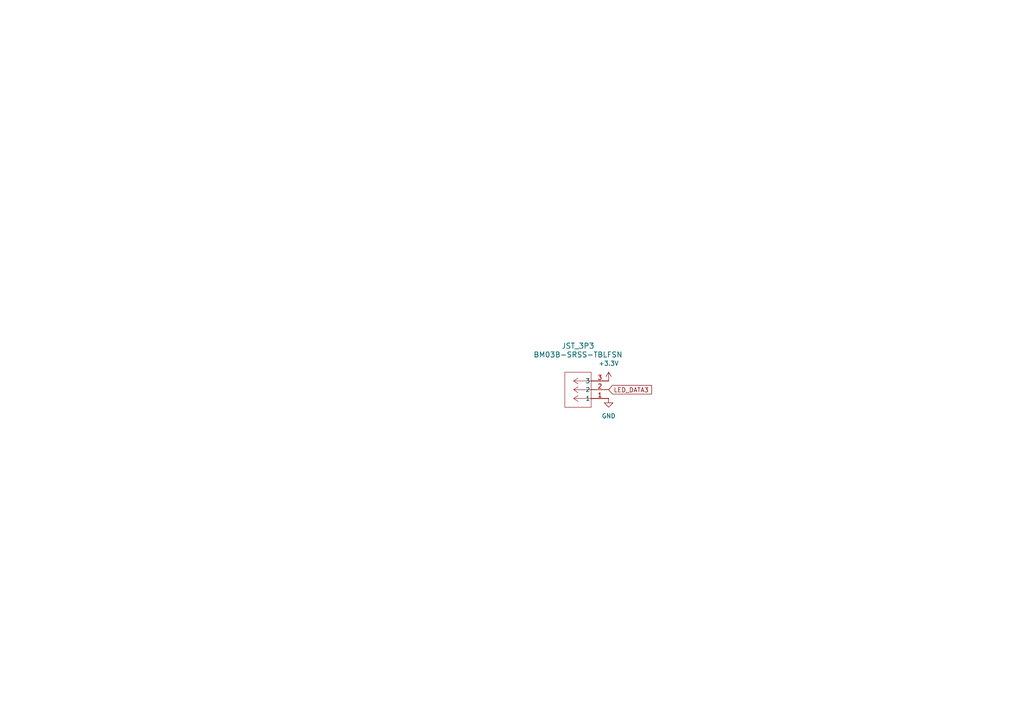
<source format=kicad_sch>
(kicad_sch (version 20231120) (generator "eeschema") (generator_version "8.0")
  (paper "A4")
  (title_block (title "LEDs") (date "2024-10-21") (rev "2") (company "FlexGlO"))
  (lib_symbols
    (symbol "2024-10-20_02-14-52:BM03B-SRSS-TBLFSN" (pin_names (offset 0.254))
      (property "Reference" "J" (at 8.89 6.35 0))
      (property "Value" "BM03B-SRSS-TBLFSN" (at 0 0 0))
      (symbol "BM03B-SRSS-TBLFSN_1_1"
        (polyline (pts (xy 5.08 -7.62) (xy 12.7 -7.62)) (stroke (width 0.127)))
        (polyline (pts (xy 5.08 2.54) (xy 5.08 -7.62)) (stroke (width 0.127)))
        (polyline (pts (xy 10.16 -5.08) (xy 5.08 -5.08)) (stroke (width 0.127)))
        (polyline (pts (xy 10.16 -5.08) (xy 8.89 -5.9267)) (stroke (width 0.127)))
        (polyline (pts (xy 10.16 -5.08) (xy 8.89 -4.2333)) (stroke (width 0.127)))
        (polyline (pts (xy 10.16 -2.54) (xy 5.08 -2.54)) (stroke (width 0.127)))
        (polyline (pts (xy 10.16 -2.54) (xy 8.89 -3.3867)) (stroke (width 0.127)))
        (polyline (pts (xy 10.16 -2.54) (xy 8.89 -1.6933)) (stroke (width 0.127)))
        (polyline (pts (xy 10.16 0) (xy 5.08 0)) (stroke (width 0.127)))
        (polyline (pts (xy 10.16 0) (xy 8.89 -0.8467)) (stroke (width 0.127)))
        (polyline (pts (xy 10.16 0) (xy 8.89 0.8467)) (stroke (width 0.127)))
        (polyline (pts (xy 12.7 -7.62) (xy 12.7 2.54)) (stroke (width 0.127)))
        (polyline (pts (xy 12.7 2.54) (xy 5.08 2.54)) (stroke (width 0.127)))
        (pin unspecified line (at 0 0 0) (length 5.08) (name "1") (number "1"))
        (pin unspecified line (at 0 -2.54 0) (length 5.08) (name "2") (number "2"))
        (pin unspecified line (at 0 -5.08 0) (length 5.08) (name "3") (number "3"))
      )
      (symbol "BM03B-SRSS-TBLFSN_1_2"
        (polyline (pts (xy 5.08 -7.62) (xy 12.7 -7.62)) (stroke (width 0.127)))
        (polyline (pts (xy 5.08 2.54) (xy 5.08 -7.62)) (stroke (width 0.127)))
        (polyline (pts (xy 7.62 -5.08) (xy 5.08 -5.08)) (stroke (width 0.127)))
        (polyline (pts (xy 7.62 -5.08) (xy 8.89 -5.9267)) (stroke (width 0.127)))
        (polyline (pts (xy 7.62 -5.08) (xy 8.89 -4.2333)) (stroke (width 0.127)))
        (polyline (pts (xy 7.62 -2.54) (xy 5.08 -2.54)) (stroke (width 0.127)))
        (polyline (pts (xy 7.62 -2.54) (xy 8.89 -3.3867)) (stroke (width 0.127)))
        (polyline (pts (xy 7.62 -2.54) (xy 8.89 -1.6933)) (stroke (width 0.127)))
        (polyline (pts (xy 7.62 0) (xy 5.08 0)) (stroke (width 0.127)))
        (polyline (pts (xy 7.62 0) (xy 8.89 -0.8467)) (stroke (width 0.127)))
        (polyline (pts (xy 7.62 0) (xy 8.89 0.8467)) (stroke (width 0.127)))
        (polyline (pts (xy 12.7 -7.62) (xy 12.7 2.54)) (stroke (width 0.127)))
        (polyline (pts (xy 12.7 2.54) (xy 5.08 2.54)) (stroke (width 0.127)))
        (pin unspecified line (at 0 0 0) (length 5.08) (name "1") (number "1"))
        (pin unspecified line (at 0 -2.54 0) (length 5.08) (name "2") (number "2"))
        (pin unspecified line (at 0 -5.08 0) (length 5.08) (name "3") (number "3"))
      )
    )
    (symbol "power:+3.3V" (power) (pin_names (offset 0))
      (property "Value" "+3.3V" (at 0 3.556 0))
      (symbol "+3.3V_0_1"
        (polyline (pts (xy -0.762 1.27) (xy 0 2.54)))
        (polyline (pts (xy 0 0) (xy 0 2.54)))
        (polyline (pts (xy 0 2.54) (xy 0.762 1.27)))
      )
      (symbol "+3.3V_1_1"
        (pin power_in line (at 0 0 90) (length 0) hide (name "+3.3V") (number "1"))
      )
    )
    (symbol "power:GND" (power) (pin_names (offset 0))
      (property "Value" "GND" (at 0 -3.81 0))
      (symbol "GND_0_1"
        (polyline (pts (xy 0 0) (xy 0 -1.27) (xy 1.27 -1.27) (xy 0 -2.54) (xy -1.27 -1.27) (xy 0 -1.27)))
      )
      (symbol "GND_1_1"
        (pin power_in line (at 0 0 270) (length 0) hide (name "GND") (number "1"))
      )
    )
  )
  (global_label "LED_DATA3" (shape input) (at 176.53 113.03 0) (property "Intersheetrefs" "${INTERSHEET_REFS}" (effects (hide yes))))
  (symbol (lib_id "2024-10-20_02-14-52:BM03B-SRSS-TBLFSN") (at 176.53 115.57 180) (unit 1)
    (property "Reference" "JST_3P3" (at 167.64 100.33 0) (effects (font (size 1.524 1.524))))
    (property "Value" "BM03B-SRSS-TBLFSN" (at 167.64 102.87 0) (effects (font (size 1.524 1.524))))
    (property "Footprint" "Footprints:CONN_BM03B-SRSS-TBLFSN_JST" (effects (hide yes)))
    (property "Datasheet" "BM03B-SRSS-TBLFSN" (effects (hide yes)))
  )
  (symbol (lib_id "power:+3.3V") (at 176.53 110.49 0) (unit 1)
    (property "Reference" "#PWR040" (effects (hide yes)))
    (property "Value" "+3.3V" (at 176.53 105.41 0))
  )
  (symbol (lib_id "power:GND") (at 176.53 115.57 0) (unit 1)
    (property "Reference" "#PWR041" (effects (hide yes)))
    (property "Value" "GND" (at 176.53 120.65 0))
  )
)
</source>
